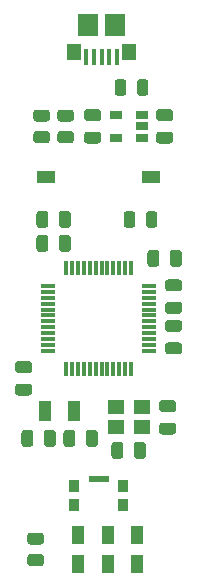
<source format=gbr>
%TF.GenerationSoftware,KiCad,Pcbnew,(5.1.10)-1*%
%TF.CreationDate,2022-01-04T20:26:20-05:00*%
%TF.ProjectId,STM32G441DevBoard,53544d33-3247-4343-9431-446576426f61,rev?*%
%TF.SameCoordinates,Original*%
%TF.FileFunction,Paste,Top*%
%TF.FilePolarity,Positive*%
%FSLAX46Y46*%
G04 Gerber Fmt 4.6, Leading zero omitted, Abs format (unit mm)*
G04 Created by KiCad (PCBNEW (5.1.10)-1) date 2022-01-04 20:26:20*
%MOMM*%
%LPD*%
G01*
G04 APERTURE LIST*
%ADD10R,1.193800X0.304800*%
%ADD11R,0.304800X1.193800*%
%ADD12R,1.500000X1.100000*%
%ADD13R,1.000000X1.800000*%
%ADD14R,1.400000X1.200000*%
%ADD15R,1.060000X0.650000*%
%ADD16R,1.000000X1.600000*%
%ADD17R,0.900000X1.000000*%
%ADD18R,1.700000X0.550000*%
%ADD19R,1.150000X1.450000*%
%ADD20R,1.750000X1.900000*%
%ADD21R,0.400000X1.400000*%
G04 APERTURE END LIST*
D10*
%TO.C,U1*%
X48582001Y-99270000D03*
X48582001Y-98770001D03*
X48582001Y-98269999D03*
X48582001Y-97770000D03*
X48582001Y-97270001D03*
X48582001Y-96770000D03*
X48582001Y-96270000D03*
X48582001Y-95769999D03*
X48582001Y-95270000D03*
X48582001Y-94770001D03*
X48582001Y-94269999D03*
X48582001Y-93770000D03*
D11*
X50082000Y-92270001D03*
X50581999Y-92270001D03*
X51082001Y-92270001D03*
X51582000Y-92270001D03*
X52081999Y-92270001D03*
X52582000Y-92270001D03*
X53082000Y-92270001D03*
X53582001Y-92270001D03*
X54082000Y-92270001D03*
X54581999Y-92270001D03*
X55082001Y-92270001D03*
X55582000Y-92270001D03*
D10*
X57081999Y-93770000D03*
X57081999Y-94269999D03*
X57081999Y-94770001D03*
X57081999Y-95270000D03*
X57081999Y-95769999D03*
X57081999Y-96270000D03*
X57081999Y-96770000D03*
X57081999Y-97270001D03*
X57081999Y-97770000D03*
X57081999Y-98269999D03*
X57081999Y-98770001D03*
X57081999Y-99270000D03*
D11*
X55582000Y-100769999D03*
X55082001Y-100769999D03*
X54581999Y-100769999D03*
X54082000Y-100769999D03*
X53582001Y-100769999D03*
X53082000Y-100769999D03*
X52582000Y-100769999D03*
X52081999Y-100769999D03*
X51582000Y-100769999D03*
X51082001Y-100769999D03*
X50581999Y-100769999D03*
X50082000Y-100769999D03*
%TD*%
D12*
%TO.C,SW3*%
X48382000Y-84582000D03*
X57282000Y-84582000D03*
%TD*%
D13*
%TO.C,Y2*%
X50780000Y-104394000D03*
X48280000Y-104394000D03*
%TD*%
D14*
%TO.C,Y1*%
X54272000Y-104052000D03*
X56472000Y-104052000D03*
X56472000Y-105752000D03*
X54272000Y-105752000D03*
%TD*%
D15*
%TO.C,U2*%
X54272000Y-81214000D03*
X54272000Y-79314000D03*
X56472000Y-79314000D03*
X56472000Y-80264000D03*
X56472000Y-81214000D03*
%TD*%
D16*
%TO.C,SW2*%
X56094000Y-114878000D03*
X53594000Y-114878000D03*
X51094000Y-114878000D03*
X56094000Y-117278000D03*
X53594000Y-117278000D03*
X51094000Y-117278000D03*
%TD*%
D17*
%TO.C,SW1*%
X54882000Y-110706000D03*
X54882000Y-112306000D03*
X50782000Y-112306000D03*
X50782000Y-110706000D03*
D18*
X52832000Y-110081000D03*
%TD*%
%TO.C,R3*%
G36*
G01*
X47948001Y-115678000D02*
X47047999Y-115678000D01*
G75*
G02*
X46798000Y-115428001I0J249999D01*
G01*
X46798000Y-114902999D01*
G75*
G02*
X47047999Y-114653000I249999J0D01*
G01*
X47948001Y-114653000D01*
G75*
G02*
X48198000Y-114902999I0J-249999D01*
G01*
X48198000Y-115428001D01*
G75*
G02*
X47948001Y-115678000I-249999J0D01*
G01*
G37*
G36*
G01*
X47948001Y-117503000D02*
X47047999Y-117503000D01*
G75*
G02*
X46798000Y-117253001I0J249999D01*
G01*
X46798000Y-116727999D01*
G75*
G02*
X47047999Y-116478000I249999J0D01*
G01*
X47948001Y-116478000D01*
G75*
G02*
X48198000Y-116727999I0J-249999D01*
G01*
X48198000Y-117253001D01*
G75*
G02*
X47948001Y-117503000I-249999J0D01*
G01*
G37*
%TD*%
%TO.C,R2*%
G36*
G01*
X48456001Y-79864000D02*
X47555999Y-79864000D01*
G75*
G02*
X47306000Y-79614001I0J249999D01*
G01*
X47306000Y-79088999D01*
G75*
G02*
X47555999Y-78839000I249999J0D01*
G01*
X48456001Y-78839000D01*
G75*
G02*
X48706000Y-79088999I0J-249999D01*
G01*
X48706000Y-79614001D01*
G75*
G02*
X48456001Y-79864000I-249999J0D01*
G01*
G37*
G36*
G01*
X48456001Y-81689000D02*
X47555999Y-81689000D01*
G75*
G02*
X47306000Y-81439001I0J249999D01*
G01*
X47306000Y-80913999D01*
G75*
G02*
X47555999Y-80664000I249999J0D01*
G01*
X48456001Y-80664000D01*
G75*
G02*
X48706000Y-80913999I0J-249999D01*
G01*
X48706000Y-81439001D01*
G75*
G02*
X48456001Y-81689000I-249999J0D01*
G01*
G37*
%TD*%
%TO.C,R1*%
G36*
G01*
X50488001Y-79864000D02*
X49587999Y-79864000D01*
G75*
G02*
X49338000Y-79614001I0J249999D01*
G01*
X49338000Y-79088999D01*
G75*
G02*
X49587999Y-78839000I249999J0D01*
G01*
X50488001Y-78839000D01*
G75*
G02*
X50738000Y-79088999I0J-249999D01*
G01*
X50738000Y-79614001D01*
G75*
G02*
X50488001Y-79864000I-249999J0D01*
G01*
G37*
G36*
G01*
X50488001Y-81689000D02*
X49587999Y-81689000D01*
G75*
G02*
X49338000Y-81439001I0J249999D01*
G01*
X49338000Y-80913999D01*
G75*
G02*
X49587999Y-80664000I249999J0D01*
G01*
X50488001Y-80664000D01*
G75*
G02*
X50738000Y-80913999I0J-249999D01*
G01*
X50738000Y-81439001D01*
G75*
G02*
X50488001Y-81689000I-249999J0D01*
G01*
G37*
%TD*%
D19*
%TO.C,J1*%
X55406000Y-73928000D03*
X50766000Y-73928000D03*
D20*
X54211000Y-71698000D03*
D21*
X53086000Y-74348000D03*
X52436000Y-74348000D03*
X51786000Y-74348000D03*
X54386000Y-74348000D03*
X53736000Y-74348000D03*
D20*
X51961000Y-71698000D03*
%TD*%
%TO.C,F1*%
G36*
G01*
X55176000Y-76505750D02*
X55176000Y-77418250D01*
G75*
G02*
X54932250Y-77662000I-243750J0D01*
G01*
X54444750Y-77662000D01*
G75*
G02*
X54201000Y-77418250I0J243750D01*
G01*
X54201000Y-76505750D01*
G75*
G02*
X54444750Y-76262000I243750J0D01*
G01*
X54932250Y-76262000D01*
G75*
G02*
X55176000Y-76505750I0J-243750D01*
G01*
G37*
G36*
G01*
X57051000Y-76505750D02*
X57051000Y-77418250D01*
G75*
G02*
X56807250Y-77662000I-243750J0D01*
G01*
X56319750Y-77662000D01*
G75*
G02*
X56076000Y-77418250I0J243750D01*
G01*
X56076000Y-76505750D01*
G75*
G02*
X56319750Y-76262000I243750J0D01*
G01*
X56807250Y-76262000D01*
G75*
G02*
X57051000Y-76505750I0J-243750D01*
G01*
G37*
%TD*%
%TO.C,D1*%
G36*
G01*
X56838000Y-88594250D02*
X56838000Y-87681750D01*
G75*
G02*
X57081750Y-87438000I243750J0D01*
G01*
X57569250Y-87438000D01*
G75*
G02*
X57813000Y-87681750I0J-243750D01*
G01*
X57813000Y-88594250D01*
G75*
G02*
X57569250Y-88838000I-243750J0D01*
G01*
X57081750Y-88838000D01*
G75*
G02*
X56838000Y-88594250I0J243750D01*
G01*
G37*
G36*
G01*
X54963000Y-88594250D02*
X54963000Y-87681750D01*
G75*
G02*
X55206750Y-87438000I243750J0D01*
G01*
X55694250Y-87438000D01*
G75*
G02*
X55938000Y-87681750I0J-243750D01*
G01*
X55938000Y-88594250D01*
G75*
G02*
X55694250Y-88838000I-243750J0D01*
G01*
X55206750Y-88838000D01*
G75*
G02*
X54963000Y-88594250I0J243750D01*
G01*
G37*
%TD*%
%TO.C,C25*%
G36*
G01*
X52799000Y-79814000D02*
X51849000Y-79814000D01*
G75*
G02*
X51599000Y-79564000I0J250000D01*
G01*
X51599000Y-79064000D01*
G75*
G02*
X51849000Y-78814000I250000J0D01*
G01*
X52799000Y-78814000D01*
G75*
G02*
X53049000Y-79064000I0J-250000D01*
G01*
X53049000Y-79564000D01*
G75*
G02*
X52799000Y-79814000I-250000J0D01*
G01*
G37*
G36*
G01*
X52799000Y-81714000D02*
X51849000Y-81714000D01*
G75*
G02*
X51599000Y-81464000I0J250000D01*
G01*
X51599000Y-80964000D01*
G75*
G02*
X51849000Y-80714000I250000J0D01*
G01*
X52799000Y-80714000D01*
G75*
G02*
X53049000Y-80964000I0J-250000D01*
G01*
X53049000Y-81464000D01*
G75*
G02*
X52799000Y-81714000I-250000J0D01*
G01*
G37*
%TD*%
%TO.C,C24*%
G36*
G01*
X57945000Y-80714000D02*
X58895000Y-80714000D01*
G75*
G02*
X59145000Y-80964000I0J-250000D01*
G01*
X59145000Y-81464000D01*
G75*
G02*
X58895000Y-81714000I-250000J0D01*
G01*
X57945000Y-81714000D01*
G75*
G02*
X57695000Y-81464000I0J250000D01*
G01*
X57695000Y-80964000D01*
G75*
G02*
X57945000Y-80714000I250000J0D01*
G01*
G37*
G36*
G01*
X57945000Y-78814000D02*
X58895000Y-78814000D01*
G75*
G02*
X59145000Y-79064000I0J-250000D01*
G01*
X59145000Y-79564000D01*
G75*
G02*
X58895000Y-79814000I-250000J0D01*
G01*
X57945000Y-79814000D01*
G75*
G02*
X57695000Y-79564000I0J250000D01*
G01*
X57695000Y-79064000D01*
G75*
G02*
X57945000Y-78814000I250000J0D01*
G01*
G37*
%TD*%
%TO.C,C23*%
G36*
G01*
X59149000Y-104452000D02*
X58199000Y-104452000D01*
G75*
G02*
X57949000Y-104202000I0J250000D01*
G01*
X57949000Y-103702000D01*
G75*
G02*
X58199000Y-103452000I250000J0D01*
G01*
X59149000Y-103452000D01*
G75*
G02*
X59399000Y-103702000I0J-250000D01*
G01*
X59399000Y-104202000D01*
G75*
G02*
X59149000Y-104452000I-250000J0D01*
G01*
G37*
G36*
G01*
X59149000Y-106352000D02*
X58199000Y-106352000D01*
G75*
G02*
X57949000Y-106102000I0J250000D01*
G01*
X57949000Y-105602000D01*
G75*
G02*
X58199000Y-105352000I250000J0D01*
G01*
X59149000Y-105352000D01*
G75*
G02*
X59399000Y-105602000I0J-250000D01*
G01*
X59399000Y-106102000D01*
G75*
G02*
X59149000Y-106352000I-250000J0D01*
G01*
G37*
%TD*%
%TO.C,C22*%
G36*
G01*
X54922000Y-107221000D02*
X54922000Y-108171000D01*
G75*
G02*
X54672000Y-108421000I-250000J0D01*
G01*
X54172000Y-108421000D01*
G75*
G02*
X53922000Y-108171000I0J250000D01*
G01*
X53922000Y-107221000D01*
G75*
G02*
X54172000Y-106971000I250000J0D01*
G01*
X54672000Y-106971000D01*
G75*
G02*
X54922000Y-107221000I0J-250000D01*
G01*
G37*
G36*
G01*
X56822000Y-107221000D02*
X56822000Y-108171000D01*
G75*
G02*
X56572000Y-108421000I-250000J0D01*
G01*
X56072000Y-108421000D01*
G75*
G02*
X55822000Y-108171000I0J250000D01*
G01*
X55822000Y-107221000D01*
G75*
G02*
X56072000Y-106971000I250000J0D01*
G01*
X56572000Y-106971000D01*
G75*
G02*
X56822000Y-107221000I0J-250000D01*
G01*
G37*
%TD*%
%TO.C,C21*%
G36*
G01*
X51758000Y-107155000D02*
X51758000Y-106205000D01*
G75*
G02*
X52008000Y-105955000I250000J0D01*
G01*
X52508000Y-105955000D01*
G75*
G02*
X52758000Y-106205000I0J-250000D01*
G01*
X52758000Y-107155000D01*
G75*
G02*
X52508000Y-107405000I-250000J0D01*
G01*
X52008000Y-107405000D01*
G75*
G02*
X51758000Y-107155000I0J250000D01*
G01*
G37*
G36*
G01*
X49858000Y-107155000D02*
X49858000Y-106205000D01*
G75*
G02*
X50108000Y-105955000I250000J0D01*
G01*
X50608000Y-105955000D01*
G75*
G02*
X50858000Y-106205000I0J-250000D01*
G01*
X50858000Y-107155000D01*
G75*
G02*
X50608000Y-107405000I-250000J0D01*
G01*
X50108000Y-107405000D01*
G75*
G02*
X49858000Y-107155000I0J250000D01*
G01*
G37*
%TD*%
%TO.C,C20*%
G36*
G01*
X47302000Y-106205000D02*
X47302000Y-107155000D01*
G75*
G02*
X47052000Y-107405000I-250000J0D01*
G01*
X46552000Y-107405000D01*
G75*
G02*
X46302000Y-107155000I0J250000D01*
G01*
X46302000Y-106205000D01*
G75*
G02*
X46552000Y-105955000I250000J0D01*
G01*
X47052000Y-105955000D01*
G75*
G02*
X47302000Y-106205000I0J-250000D01*
G01*
G37*
G36*
G01*
X49202000Y-106205000D02*
X49202000Y-107155000D01*
G75*
G02*
X48952000Y-107405000I-250000J0D01*
G01*
X48452000Y-107405000D01*
G75*
G02*
X48202000Y-107155000I0J250000D01*
G01*
X48202000Y-106205000D01*
G75*
G02*
X48452000Y-105955000I250000J0D01*
G01*
X48952000Y-105955000D01*
G75*
G02*
X49202000Y-106205000I0J-250000D01*
G01*
G37*
%TD*%
%TO.C,C12*%
G36*
G01*
X58707000Y-98560000D02*
X59657000Y-98560000D01*
G75*
G02*
X59907000Y-98810000I0J-250000D01*
G01*
X59907000Y-99310000D01*
G75*
G02*
X59657000Y-99560000I-250000J0D01*
G01*
X58707000Y-99560000D01*
G75*
G02*
X58457000Y-99310000I0J250000D01*
G01*
X58457000Y-98810000D01*
G75*
G02*
X58707000Y-98560000I250000J0D01*
G01*
G37*
G36*
G01*
X58707000Y-96660000D02*
X59657000Y-96660000D01*
G75*
G02*
X59907000Y-96910000I0J-250000D01*
G01*
X59907000Y-97410000D01*
G75*
G02*
X59657000Y-97660000I-250000J0D01*
G01*
X58707000Y-97660000D01*
G75*
G02*
X58457000Y-97410000I0J250000D01*
G01*
X58457000Y-96910000D01*
G75*
G02*
X58707000Y-96660000I250000J0D01*
G01*
G37*
%TD*%
%TO.C,C10*%
G36*
G01*
X58707000Y-95126000D02*
X59657000Y-95126000D01*
G75*
G02*
X59907000Y-95376000I0J-250000D01*
G01*
X59907000Y-95876000D01*
G75*
G02*
X59657000Y-96126000I-250000J0D01*
G01*
X58707000Y-96126000D01*
G75*
G02*
X58457000Y-95876000I0J250000D01*
G01*
X58457000Y-95376000D01*
G75*
G02*
X58707000Y-95126000I250000J0D01*
G01*
G37*
G36*
G01*
X58707000Y-93226000D02*
X59657000Y-93226000D01*
G75*
G02*
X59907000Y-93476000I0J-250000D01*
G01*
X59907000Y-93976000D01*
G75*
G02*
X59657000Y-94226000I-250000J0D01*
G01*
X58707000Y-94226000D01*
G75*
G02*
X58457000Y-93976000I0J250000D01*
G01*
X58457000Y-93476000D01*
G75*
G02*
X58707000Y-93226000I250000J0D01*
G01*
G37*
%TD*%
%TO.C,C4*%
G36*
G01*
X46957000Y-101150000D02*
X46007000Y-101150000D01*
G75*
G02*
X45757000Y-100900000I0J250000D01*
G01*
X45757000Y-100400000D01*
G75*
G02*
X46007000Y-100150000I250000J0D01*
G01*
X46957000Y-100150000D01*
G75*
G02*
X47207000Y-100400000I0J-250000D01*
G01*
X47207000Y-100900000D01*
G75*
G02*
X46957000Y-101150000I-250000J0D01*
G01*
G37*
G36*
G01*
X46957000Y-103050000D02*
X46007000Y-103050000D01*
G75*
G02*
X45757000Y-102800000I0J250000D01*
G01*
X45757000Y-102300000D01*
G75*
G02*
X46007000Y-102050000I250000J0D01*
G01*
X46957000Y-102050000D01*
G75*
G02*
X47207000Y-102300000I0J-250000D01*
G01*
X47207000Y-102800000D01*
G75*
G02*
X46957000Y-103050000I-250000J0D01*
G01*
G37*
%TD*%
%TO.C,C3*%
G36*
G01*
X49472000Y-90645000D02*
X49472000Y-89695000D01*
G75*
G02*
X49722000Y-89445000I250000J0D01*
G01*
X50222000Y-89445000D01*
G75*
G02*
X50472000Y-89695000I0J-250000D01*
G01*
X50472000Y-90645000D01*
G75*
G02*
X50222000Y-90895000I-250000J0D01*
G01*
X49722000Y-90895000D01*
G75*
G02*
X49472000Y-90645000I0J250000D01*
G01*
G37*
G36*
G01*
X47572000Y-90645000D02*
X47572000Y-89695000D01*
G75*
G02*
X47822000Y-89445000I250000J0D01*
G01*
X48322000Y-89445000D01*
G75*
G02*
X48572000Y-89695000I0J-250000D01*
G01*
X48572000Y-90645000D01*
G75*
G02*
X48322000Y-90895000I-250000J0D01*
G01*
X47822000Y-90895000D01*
G75*
G02*
X47572000Y-90645000I0J250000D01*
G01*
G37*
%TD*%
%TO.C,C2*%
G36*
G01*
X58870000Y-91915000D02*
X58870000Y-90965000D01*
G75*
G02*
X59120000Y-90715000I250000J0D01*
G01*
X59620000Y-90715000D01*
G75*
G02*
X59870000Y-90965000I0J-250000D01*
G01*
X59870000Y-91915000D01*
G75*
G02*
X59620000Y-92165000I-250000J0D01*
G01*
X59120000Y-92165000D01*
G75*
G02*
X58870000Y-91915000I0J250000D01*
G01*
G37*
G36*
G01*
X56970000Y-91915000D02*
X56970000Y-90965000D01*
G75*
G02*
X57220000Y-90715000I250000J0D01*
G01*
X57720000Y-90715000D01*
G75*
G02*
X57970000Y-90965000I0J-250000D01*
G01*
X57970000Y-91915000D01*
G75*
G02*
X57720000Y-92165000I-250000J0D01*
G01*
X57220000Y-92165000D01*
G75*
G02*
X56970000Y-91915000I0J250000D01*
G01*
G37*
%TD*%
%TO.C,C1*%
G36*
G01*
X49472000Y-88613000D02*
X49472000Y-87663000D01*
G75*
G02*
X49722000Y-87413000I250000J0D01*
G01*
X50222000Y-87413000D01*
G75*
G02*
X50472000Y-87663000I0J-250000D01*
G01*
X50472000Y-88613000D01*
G75*
G02*
X50222000Y-88863000I-250000J0D01*
G01*
X49722000Y-88863000D01*
G75*
G02*
X49472000Y-88613000I0J250000D01*
G01*
G37*
G36*
G01*
X47572000Y-88613000D02*
X47572000Y-87663000D01*
G75*
G02*
X47822000Y-87413000I250000J0D01*
G01*
X48322000Y-87413000D01*
G75*
G02*
X48572000Y-87663000I0J-250000D01*
G01*
X48572000Y-88613000D01*
G75*
G02*
X48322000Y-88863000I-250000J0D01*
G01*
X47822000Y-88863000D01*
G75*
G02*
X47572000Y-88613000I0J250000D01*
G01*
G37*
%TD*%
M02*

</source>
